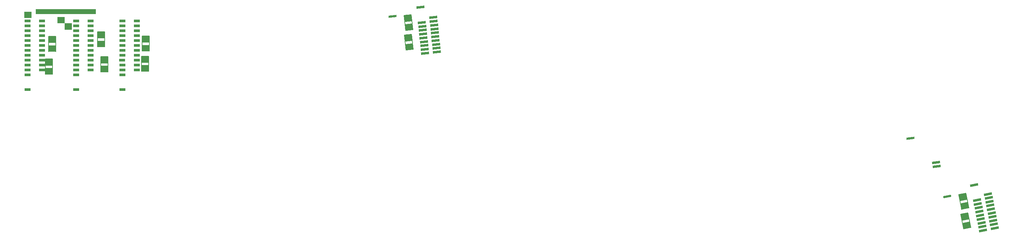
<source format=gbr>
*
G4_C Author: OrCAD GerbTool(tm) 8.1.1 Thu Jun 19 01:37:11 2003*
%LPD*%
%FSLAX34Y34*%
%MOIN*%
%AD*%
%AMD26R98*
20,1,0.027000,0.000000,-0.036000,0.000000,0.036000,98.600000*
%
%AMD26R98N2*
20,1,0.027000,0.000000,-0.036000,0.000000,0.036000,98.600000*
%
%AMD26R86*
20,1,0.027000,0.000000,-0.036000,0.000000,0.036000,86.080000*
%
%AMD17R5*
20,1,0.027000,-0.036000,0.000000,0.036000,0.000000,5.450000*
%
%AMD17R5N2*
20,1,0.027000,-0.036000,0.000000,0.036000,0.000000,5.450000*
%
%AMD29R3*
20,1,0.027000,0.035920,-0.002460,-0.035920,0.002460,3.950000*
%
%AMD29R3N2*
20,1,0.027000,0.035920,-0.002460,-0.035920,0.002460,3.910000*
%
%AMD29R3N3*
20,1,0.027000,0.035920,-0.002460,-0.035920,0.002460,3.920000*
%
%AMD29R94*
20,1,0.022000,0.000000,-0.040000,0.000000,0.040000,94.300000*
%
%AMD30R94*
20,1,0.024000,0.000000,-0.041000,0.000000,0.041000,94.000000*
%
%AMD26R94*
20,1,0.027000,0.000000,-0.036000,0.000000,0.036000,94.000000*
%
%AMD29R94N2*
20,1,0.022000,0.000000,-0.040000,0.000000,0.040000,94.000000*
%
%AMD35R1*
20,1,0.022000,0.039890,0.003000,-0.039890,-0.003000,1.000000*
%
%AMD39R1*
20,1,0.022000,0.039830,0.003700,-0.039830,-0.003700,1.000000*
%
%AMD40R1*
20,1,0.022000,0.039760,0.004390,-0.039760,-0.004390,1.000000*
%
%AMD36R1*
20,1,0.024000,0.040900,0.002860,-0.040900,-0.002860,1.000000*
%
%AMD37R1*
20,1,0.027000,0.035910,0.002510,-0.035910,-0.002510,1.000000*
%
%AMD38R1*
20,1,0.022000,0.039900,0.002790,-0.039900,-0.002790,1.000000*
%
%AMD42R1*
20,1,0.024000,0.040840,0.003570,-0.040840,-0.003570,1.000000*
%
%AMD43R1*
20,1,0.027000,0.035860,0.003140,-0.035860,-0.003140,1.000000*
%
%AMD44R1*
20,1,0.022000,0.039850,0.003490,-0.039850,-0.003490,1.000000*
%
%AMD45R1*
20,1,0.024000,0.040770,0.004280,-0.040770,-0.004280,1.000000*
%
%AMD46R1*
20,1,0.027000,0.035800,0.003770,-0.035800,-0.003770,1.000000*
%
%AMD47R1*
20,1,0.022000,0.039780,0.004180,-0.039780,-0.004180,1.000000*
%
%AMD48R1*
20,1,0.024000,0.040690,0.004990,-0.040690,-0.004990,1.000000*
%
%AMD49R1*
20,1,0.027000,0.035730,0.004390,-0.035730,-0.004390,1.000000*
%
%AMD50R1*
20,1,0.022000,0.039700,0.004870,-0.039700,-0.004870,1.000000*
%
%AMD51R1*
20,1,0.024000,0.040600,0.005700,-0.040600,-0.005700,1.000000*
%
%AMD52R1*
20,1,0.027000,0.035650,0.005010,-0.035650,-0.005010,1.000000*
%
%AMD53R1*
20,1,0.022000,0.039610,0.005560,-0.039610,-0.005560,1.000000*
%
%AMD54R1*
20,1,0.024000,0.040490,0.006410,-0.040490,-0.006410,1.000000*
%
%AMD55R1*
20,1,0.027000,0.035560,0.005630,-0.035560,-0.005630,1.000000*
%
%AMD56R1*
20,1,0.022000,0.039510,0.006250,-0.039510,-0.006250,1.000000*
%
%AMD57R1*
20,1,0.024000,0.040370,0.007120,-0.040370,-0.007120,1.000000*
%
%AMD58R1*
20,1,0.027000,0.035460,0.006250,-0.035460,-0.006250,1.000000*
%
%AMD59R1*
20,1,0.022000,0.039390,0.006940,-0.039390,-0.006940,1.000000*
%
%AMD60R359*
20,1,0.024000,0.040240,0.007820,-0.040240,-0.007820,359.000000*
%
%AMD61R359*
20,1,0.027000,0.035350,0.006870,-0.035350,-0.006870,359.000000*
%
%AMD62R359*
20,1,0.022000,0.039260,0.007630,-0.039260,-0.007630,359.000000*
%
%AMD63R359*
20,1,0.024000,0.040370,0.007120,-0.040370,-0.007120,359.000000*
%
%AMD64R359*
20,1,0.027000,0.035460,0.006250,-0.035460,-0.006250,359.000000*
%
%AMD65R359*
20,1,0.022000,0.039390,0.006940,-0.039390,-0.006940,359.000000*
%
%AMD66R359*
20,1,0.024000,0.040490,0.006410,-0.040490,-0.006410,359.000000*
%
%AMD67R359*
20,1,0.027000,0.035560,0.005630,-0.035560,-0.005630,359.000000*
%
%AMD68R359*
20,1,0.022000,0.039510,0.006250,-0.039510,-0.006250,359.000000*
%
%AMD69R359*
20,1,0.024000,0.040600,0.005700,-0.040600,-0.005700,359.000000*
%
%AMD70R359*
20,1,0.027000,0.035650,0.005010,-0.035650,-0.005010,359.000000*
%
%AMD71R359*
20,1,0.022000,0.039610,0.005560,-0.039610,-0.005560,359.000000*
%
%AMD72R359*
20,1,0.024000,0.040690,0.004990,-0.040690,-0.004990,359.000000*
%
%AMD73R359*
20,1,0.027000,0.035730,0.004390,-0.035730,-0.004390,359.000000*
%
%AMD74R359*
20,1,0.022000,0.039700,0.004870,-0.039700,-0.004870,359.000000*
%
%AMD29R98*
20,1,0.022000,0.000000,-0.040000,0.000000,0.040000,98.100000*
%
%AMD30R98*
20,1,0.024000,0.000000,-0.041000,0.000000,0.041000,98.100000*
%
%AMD29R97*
20,1,0.022000,0.000000,-0.040000,0.000000,0.040000,97.000000*
%
%AMD30R97*
20,1,0.024000,0.000000,-0.041000,0.000000,0.041000,97.000000*
%
%AMD30R98N2*
20,1,0.024000,0.000000,-0.041000,0.000000,0.041000,98.000000*
%
%AMD26R98N3*
20,1,0.027000,0.000000,-0.036000,0.000000,0.036000,98.000000*
%
%AMD29R98N2*
20,1,0.022000,0.000000,-0.040000,0.000000,0.040000,98.000000*
%
%AMD82R1*
20,1,0.024000,0.040600,0.005710,-0.040600,-0.005710,1.000000*
%
%AMD83R1*
20,1,0.027000,0.035650,0.005010,-0.035650,-0.005010,1.000000*
%
%AMD84R1*
20,1,0.022000,0.039610,0.005570,-0.039610,-0.005570,1.000000*
%
%AMD85R1*
20,1,0.024000,0.040490,0.006420,-0.040490,-0.006420,1.000000*
%
%AMD86R1*
20,1,0.027000,0.035560,0.005630,-0.035560,-0.005630,1.000000*
%
%AMD87R1*
20,1,0.022000,0.039510,0.006260,-0.039510,-0.006260,1.000000*
%
%AMD88R1*
20,1,0.024000,0.040370,0.007130,-0.040370,-0.007130,1.000000*
%
%AMD89R1*
20,1,0.027000,0.035460,0.006250,-0.035460,-0.006250,1.000000*
%
%AMD90R1*
20,1,0.022000,0.039390,0.006950,-0.039390,-0.006950,1.000000*
%
%AMD30R95*
20,1,0.024000,0.000000,-0.041000,0.000000,0.041000,95.000000*
%
%AMD26R95*
20,1,0.027000,0.000000,-0.036000,0.000000,0.036000,95.000000*
%
%AMD29R95*
20,1,0.022000,0.000000,-0.040000,0.000000,0.040000,95.000000*
%
%AMD94R1*
20,1,0.024000,0.040840,0.003570,-0.040840,-0.003570,1.000000*
%
%AMD95R1*
20,1,0.027000,0.035860,0.003140,-0.035860,-0.003140,1.000000*
%
%AMD96R1*
20,1,0.022000,0.039850,0.003490,-0.039850,-0.003490,1.000000*
%
%ADD10R,0.050000X0.050000*%
%ADD11C,0.006000*%
%ADD12C,0.019000*%
%ADD13C,0.007900*%
%ADD14C,0.005000*%
%ADD15C,0.000800*%
%ADD16R,0.070000X0.025000*%
%ADD17R,0.068000X0.023000*%
%ADD18C,0.006000*%
%ADD19C,0.009800*%
%ADD20C,0.010000*%
%ADD21C,0.030000*%
%ADD22C,0.060000*%
%ADD23C,0.035000*%
%ADD24C,0.055000*%
%ADD25C,0.065000*%
%ADD26R,0.027000X0.072000*%
%ADD27D26R98*%
%ADD28R,0.031000X0.060000*%
%ADD29R,0.022000X0.080000*%
%ADD30R,0.024000X0.082000*%
%ADD31D17R5N2*%
%ADD32D29R3*%
%ADD33R,0.072000X0.027000*%
%ADD34R,0.072000X0.027000*%
%ADD35D29R94*%
%ADD36D30R94*%
%ADD37D26R94*%
%ADD38D29R94N2*%
%ADD39D35R1*%
%ADD40D39R1*%
%ADD41D40R1*%
%ADD42D36R1*%
%ADD43D37R1*%
%ADD44D38R1*%
%ADD45D42R1*%
%ADD46D43R1*%
%ADD47D44R1*%
%ADD48D45R1*%
%ADD49D46R1*%
%ADD50D47R1*%
%ADD51D48R1*%
%ADD52D49R1*%
%ADD53D50R1*%
%ADD54D51R1*%
%ADD55D52R1*%
%ADD56D53R1*%
%ADD57D54R1*%
%ADD58D55R1*%
%ADD59D56R1*%
%ADD60D57R1*%
%ADD61D58R1*%
%ADD62D59R1*%
%ADD63D60R359*%
%ADD64D61R359*%
%ADD65D62R359*%
%ADD66D63R359*%
%ADD67D64R359*%
%ADD68D65R359*%
%ADD69D66R359*%
%ADD70D67R359*%
%ADD71D68R359*%
%ADD72D69R359*%
%ADD73D70R359*%
%ADD74D71R359*%
%ADD75D72R359*%
%ADD76D73R359*%
%ADD77D74R359*%
%ADD78D29R98*%
%ADD79D30R98*%
%ADD80D29R97*%
%ADD81D30R97*%
%ADD82D30R98N2*%
%ADD83D26R98N3*%
%ADD84D29R98N2*%
%ADD85D82R1*%
%ADD86D83R1*%
%ADD87D84R1*%
%ADD88D85R1*%
%ADD89D86R1*%
%ADD90D87R1*%
%ADD91D88R1*%
%ADD92D89R1*%
%ADD93D90R1*%
%ADD94D30R95*%
%ADD95D26R95*%
%ADD96D29R95*%
%ADD97D94R1*%
%ADD98D95R1*%
%ADD99D96R1*%
%ADD256R,0.060000X0.031000*%
G4_C OrCAD GerbTool Tool List *
G54D10*
G1X1821Y39827D2*
G1X7421Y39827D1*
G54D33*
G1X4126Y38759D3*
G1X4126Y38959D3*
G1X4126Y39143D3*
G1X4841Y38109D3*
G1X4841Y38309D3*
G1X4841Y38493D3*
G1X760Y39297D3*
G1X760Y39497D3*
G1X760Y39681D3*
G54D256*
G1X11810Y38879D3*
G1X11810Y38380D3*
G1X11810Y37879D3*
G1X11810Y35380D3*
G1X11810Y35879D3*
G1X11811Y36379D3*
G1X11811Y36879D3*
G1X11810Y37379D3*
G1X11811Y33878D3*
G1X11810Y34380D3*
G1X11810Y34879D3*
G1X10341Y38881D3*
G1X10341Y38382D3*
G1X10340Y37880D3*
G1X10340Y37381D3*
G1X10340Y36882D3*
G1X10340Y36381D3*
G1X10341Y35881D3*
G1X10341Y35382D3*
G1X10339Y34881D3*
G1X10340Y34382D3*
G1X10340Y33881D3*
G1X10340Y31881D3*
G1X10341Y33381D3*
G54D33*
G1X12646Y33843D3*
G1X12645Y34041D3*
G1X12646Y34225D3*
G1X12647Y34744D3*
G1X12648Y34943D3*
G1X12647Y35126D3*
G1X13011Y35283D2*
G54D18*
G1X13011Y33738D1*
G1X13011Y35284D2*
G1X12274Y35284D1*
G1X12274Y35285D2*
G1X12274Y33738D1*
G54D33*
G1X12723Y35907D3*
G1X12722Y36105D3*
G1X12723Y36289D3*
G1X12724Y36808D3*
G1X12725Y37007D3*
G1X12724Y37190D3*
G1X13087Y37346D2*
G54D18*
G1X13087Y35801D1*
G1X13087Y37347D2*
G1X12350Y37347D1*
G1X12350Y37348D2*
G1X12350Y35801D1*
G54D256*
G1X7121Y35381D3*
G1X7121Y35880D3*
G1X7122Y36380D3*
G1X7122Y36880D3*
G1X7121Y37380D3*
G1X7122Y33879D3*
G1X7121Y34381D3*
G1X7121Y34880D3*
G1X5652Y38881D3*
G1X5652Y38382D3*
G1X5651Y37880D3*
G1X5651Y37381D3*
G1X5651Y36882D3*
G1X5651Y36381D3*
G1X5652Y35881D3*
G1X5652Y35382D3*
G1X5650Y34881D3*
G1X5651Y34382D3*
G1X5651Y33881D3*
G1X5651Y31881D3*
G1X5652Y33381D3*
G1X7121Y37879D3*
G1X7121Y38879D3*
G1X7121Y38380D3*
G54D33*
G1X8515Y33789D3*
G1X8514Y33987D3*
G1X8515Y34171D3*
G1X8516Y34690D3*
G1X8517Y34889D3*
G1X8516Y35072D3*
G1X8879Y35228D2*
G54D18*
G1X8879Y33683D1*
G1X8879Y35229D2*
G1X8143Y35229D1*
G1X8143Y35230D2*
G1X8143Y33683D1*
G54D33*
G1X8184Y36331D3*
G1X8183Y36529D3*
G1X8184Y36713D3*
G1X8185Y37232D3*
G1X8186Y37431D3*
G1X8185Y37614D3*
G1X8549Y37770D2*
G54D18*
G1X8549Y36225D1*
G1X8549Y37771D2*
G1X7812Y37771D1*
G1X7812Y37772D2*
G1X7812Y36225D1*
G54D256*
G1X2192Y38878D3*
G1X2192Y38379D3*
G1X2192Y37878D3*
G1X2192Y35379D3*
G1X2192Y35878D3*
G1X2193Y36378D3*
G1X2193Y36878D3*
G1X2192Y37378D3*
G1X2193Y33877D3*
G1X2192Y34379D3*
G1X2192Y34878D3*
G1X722Y38880D3*
G1X722Y38381D3*
G1X721Y37879D3*
G1X721Y37380D3*
G1X721Y36881D3*
G1X721Y36380D3*
G1X722Y35880D3*
G1X722Y35381D3*
G1X720Y34880D3*
G1X721Y34381D3*
G1X721Y33880D3*
G1X721Y31879D3*
G1X722Y33380D3*
G54D33*
G1X2902Y33554D3*
G1X2901Y33752D3*
G1X2902Y33936D3*
G1X2903Y34455D3*
G1X2904Y34654D3*
G1X2903Y34837D3*
G1X3267Y34993D2*
G54D18*
G1X3267Y33448D1*
G1X3267Y34994D2*
G1X2530Y34994D1*
G1X2530Y34995D2*
G1X2530Y33448D1*
G54D33*
G1X3221Y35858D3*
G1X3220Y36056D3*
G1X3221Y36240D3*
G1X3222Y36759D3*
G1X3223Y36958D3*
G1X3222Y37141D3*
G1X3586Y37297D2*
G54D18*
G1X3586Y35752D1*
G1X3586Y37298D2*
G1X2849Y37298D1*
G1X2849Y37299D2*
G1X2849Y35752D1*
G54D97*
G1X42297Y35704D3*
G1X42256Y36097D3*
G1X42214Y36488D3*
G1X42173Y36878D3*
G1X42132Y37270D3*
G1X42091Y37661D3*
G1X42050Y38053D3*
G1X42009Y38445D3*
G1X41968Y38837D3*
G1X41926Y39227D3*
G1X41102Y35578D3*
G1X41061Y35970D3*
G1X41020Y36361D3*
G1X40979Y36753D3*
G1X40938Y37145D3*
G1X40897Y37536D3*
G1X40855Y37927D3*
G1X40814Y38319D3*
G1X40773Y38711D3*
G1X40609Y40275D3*
G54D98*
G1X39506Y36042D3*
G1X39485Y36239D3*
G1X39466Y36422D3*
G1X39413Y36938D3*
G1X39393Y37136D3*
G1X39373Y37318D3*
G1X39719Y37511D2*
G54D18*
G1X39880Y35975D1*
G1X39719Y37512D2*
G1X38986Y37435D1*
G1X38986Y37436D2*
G1X39147Y35898D1*
G54D98*
G1X39484Y38050D3*
G1X39462Y38246D3*
G1X39444Y38430D3*
G1X39391Y38946D3*
G1X39371Y39144D3*
G1X39351Y39326D3*
G1X39697Y39519D2*
G54D18*
G1X39858Y37982D1*
G1X39697Y39520D2*
G1X38964Y39443D1*
G1X38964Y39444D2*
G1X39125Y37905D1*
G54D99*
G1X37786Y39354D3*
G54D91*
G1X98942Y17739D3*
G1X98866Y18127D3*
G1X98791Y18513D3*
G1X98716Y18899D3*
G1X98641Y19285D3*
G1X98566Y19671D3*
G1X98491Y20058D3*
G1X98416Y20445D3*
G1X98341Y20831D3*
G1X98266Y21217D3*
G1X97763Y17510D3*
G1X97687Y17897D3*
G1X97612Y18283D3*
G1X97537Y18669D3*
G1X97462Y19056D3*
G1X97387Y19442D3*
G1X97312Y19829D3*
G1X97237Y20215D3*
G1X97162Y20602D3*
G1X96861Y22146D3*
G54D92*
G1X96132Y17833D3*
G1X96093Y18027D3*
G1X96059Y18208D3*
G1X95961Y18718D3*
G1X95924Y18913D3*
G1X95888Y19093D3*
G1X96216Y19315D2*
G54D18*
G1X96511Y17798D1*
G1X96216Y19316D2*
G1X95492Y19175D1*
G1X95492Y19176D2*
G1X95787Y17658D1*
G54D92*
G1X95935Y19831D3*
G1X95897Y20025D3*
G1X95862Y20206D3*
G1X95764Y20716D3*
G1X95727Y20911D3*
G1X95691Y21091D3*
G1X96019Y21313D2*
G54D18*
G1X96314Y19797D1*
G1X96019Y21314D2*
G1X95295Y21173D1*
G1X95295Y21174D2*
G1X95590Y19656D1*
G54D93*
G1X94130Y20983D3*
G54D80*
G1X90406Y26895D3*
G54D81*
G1X93052Y24047D3*
G1X93000Y24438D3*
M2*

</source>
